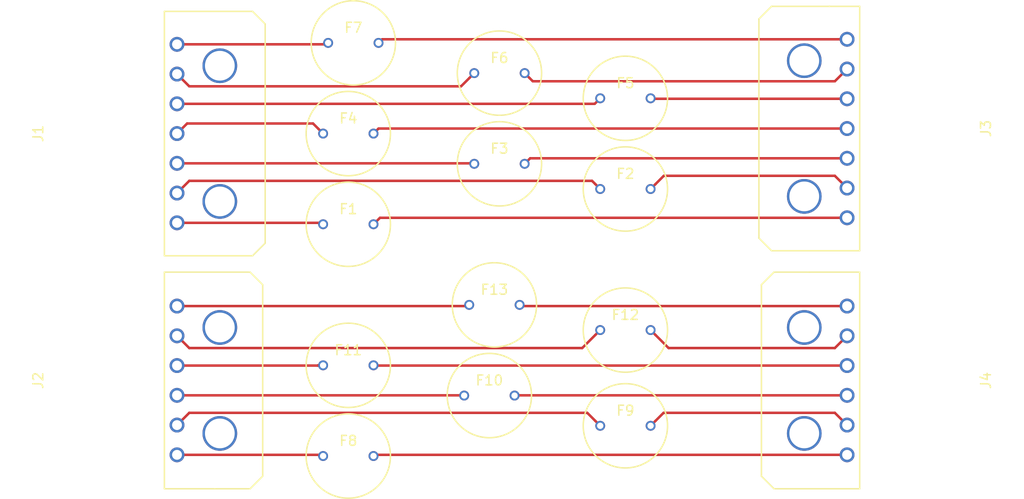
<source format=kicad_pcb>
(kicad_pcb (version 20171130) (host pcbnew "(5.0.2)-1")

  (general
    (thickness 1.6)
    (drawings 0)
    (tracks 71)
    (zones 0)
    (modules 17)
    (nets 27)
  )

  (page A4)
  (layers
    (0 F.Cu signal)
    (31 B.Cu signal)
    (32 B.Adhes user)
    (33 F.Adhes user)
    (34 B.Paste user)
    (35 F.Paste user)
    (36 B.SilkS user)
    (37 F.SilkS user)
    (38 B.Mask user)
    (39 F.Mask user)
    (40 Dwgs.User user)
    (41 Cmts.User user)
    (42 Eco1.User user)
    (43 Eco2.User user)
    (44 Edge.Cuts user)
    (45 Margin user)
    (46 B.CrtYd user)
    (47 F.CrtYd user)
    (48 B.Fab user)
    (49 F.Fab user)
  )

  (setup
    (last_trace_width 0.25)
    (trace_clearance 0.2)
    (zone_clearance 0.508)
    (zone_45_only no)
    (trace_min 0.2)
    (segment_width 0.2)
    (edge_width 0.15)
    (via_size 0.8)
    (via_drill 0.4)
    (via_min_size 0.4)
    (via_min_drill 0.3)
    (uvia_size 0.3)
    (uvia_drill 0.1)
    (uvias_allowed no)
    (uvia_min_size 0.2)
    (uvia_min_drill 0.1)
    (pcb_text_width 0.3)
    (pcb_text_size 1.5 1.5)
    (mod_edge_width 0.15)
    (mod_text_size 1 1)
    (mod_text_width 0.15)
    (pad_size 1.524 1.524)
    (pad_drill 0.762)
    (pad_to_mask_clearance 0.051)
    (solder_mask_min_width 0.25)
    (aux_axis_origin 0 0)
    (visible_elements FFFFFF7F)
    (pcbplotparams
      (layerselection 0x010fc_ffffffff)
      (usegerberextensions false)
      (usegerberattributes false)
      (usegerberadvancedattributes false)
      (creategerberjobfile false)
      (excludeedgelayer true)
      (linewidth 0.100000)
      (plotframeref false)
      (viasonmask false)
      (mode 1)
      (useauxorigin false)
      (hpglpennumber 1)
      (hpglpenspeed 20)
      (hpglpendiameter 15.000000)
      (psnegative false)
      (psa4output false)
      (plotreference true)
      (plotvalue true)
      (plotinvisibletext false)
      (padsonsilk false)
      (subtractmaskfromsilk false)
      (outputformat 1)
      (mirror false)
      (drillshape 1)
      (scaleselection 1)
      (outputdirectory ""))
  )

  (net 0 "")
  (net 1 "Net-(F1-Pad2)")
  (net 2 "Net-(F2-Pad2)")
  (net 3 "Net-(F3-Pad2)")
  (net 4 "Net-(F4-Pad2)")
  (net 5 "Net-(F5-Pad2)")
  (net 6 "Net-(F6-Pad2)")
  (net 7 "Net-(F7-Pad2)")
  (net 8 "Net-(F1-Pad1)")
  (net 9 "Net-(F2-Pad1)")
  (net 10 "Net-(F3-Pad1)")
  (net 11 "Net-(F4-Pad1)")
  (net 12 "Net-(F5-Pad1)")
  (net 13 "Net-(F6-Pad1)")
  (net 14 "Net-(F7-Pad1)")
  (net 15 "Net-(F8-Pad2)")
  (net 16 "Net-(F9-Pad2)")
  (net 17 "Net-(F10-Pad2)")
  (net 18 "Net-(F11-Pad2)")
  (net 19 "Net-(F12-Pad2)")
  (net 20 "Net-(F13-Pad2)")
  (net 21 "Net-(F8-Pad1)")
  (net 22 "Net-(F9-Pad1)")
  (net 23 "Net-(F10-Pad1)")
  (net 24 "Net-(F11-Pad1)")
  (net 25 "Net-(F12-Pad1)")
  (net 26 "Net-(F13-Pad1)")

  (net_class Default "This is the default net class."
    (clearance 0.2)
    (trace_width 0.25)
    (via_dia 0.8)
    (via_drill 0.4)
    (uvia_dia 0.3)
    (uvia_drill 0.1)
    (add_net "Net-(F1-Pad1)")
    (add_net "Net-(F1-Pad2)")
    (add_net "Net-(F10-Pad1)")
    (add_net "Net-(F10-Pad2)")
    (add_net "Net-(F11-Pad1)")
    (add_net "Net-(F11-Pad2)")
    (add_net "Net-(F12-Pad1)")
    (add_net "Net-(F12-Pad2)")
    (add_net "Net-(F13-Pad1)")
    (add_net "Net-(F13-Pad2)")
    (add_net "Net-(F2-Pad1)")
    (add_net "Net-(F2-Pad2)")
    (add_net "Net-(F3-Pad1)")
    (add_net "Net-(F3-Pad2)")
    (add_net "Net-(F4-Pad1)")
    (add_net "Net-(F4-Pad2)")
    (add_net "Net-(F5-Pad1)")
    (add_net "Net-(F5-Pad2)")
    (add_net "Net-(F6-Pad1)")
    (add_net "Net-(F6-Pad2)")
    (add_net "Net-(F7-Pad1)")
    (add_net "Net-(F7-Pad2)")
    (add_net "Net-(F8-Pad1)")
    (add_net "Net-(F8-Pad2)")
    (add_net "Net-(F9-Pad1)")
    (add_net "Net-(F9-Pad2)")
  )

  (module "UTSVT_BPS:MSF 250 Fuse" (layer F.Cu) (tedit 5CB24944) (tstamp 5CC644AB)
    (at 64.516 33.528)
    (path /5CA903AA)
    (fp_text reference F2 (at 0 0.5) (layer F.SilkS)
      (effects (font (size 1 1) (thickness 0.15)))
    )
    (fp_text value Fuse_Small (at 0 -0.5) (layer F.Fab)
      (effects (font (size 1 1) (thickness 0.15)))
    )
    (fp_circle (center 0 2.032) (end 4.25 2.032) (layer F.SilkS) (width 0.15))
    (pad 1 thru_hole circle (at -2.54 2.032) (size 1 1) (drill 0.64) (layers *.Cu *.Mask)
      (net 9 "Net-(F2-Pad1)"))
    (pad 2 thru_hole circle (at 2.54 2.032) (size 1 1) (drill 0.64) (layers *.Cu *.Mask)
      (net 2 "Net-(F2-Pad2)"))
  )

  (module "UTSVT_BPS:MSF 250 Fuse" (layer F.Cu) (tedit 5CB24944) (tstamp 5CC63DA9)
    (at 51.816 30.988)
    (path /5CA90395)
    (fp_text reference F3 (at 0 0.5) (layer F.SilkS)
      (effects (font (size 1 1) (thickness 0.15)))
    )
    (fp_text value Fuse_Small (at 0 -0.5) (layer F.Fab)
      (effects (font (size 1 1) (thickness 0.15)))
    )
    (fp_circle (center 0 2.032) (end 4.25 2.032) (layer F.SilkS) (width 0.15))
    (pad 2 thru_hole circle (at 2.54 2.032) (size 1 1) (drill 0.64) (layers *.Cu *.Mask)
      (net 3 "Net-(F3-Pad2)"))
    (pad 1 thru_hole circle (at -2.54 2.032) (size 1 1) (drill 0.64) (layers *.Cu *.Mask)
      (net 10 "Net-(F3-Pad1)"))
  )

  (module "UTSVT_BPS:MSF 250 Fuse" (layer F.Cu) (tedit 5CB24944) (tstamp 5CC64412)
    (at 36.576 27.94)
    (path /5CA903A3)
    (fp_text reference F4 (at 0 0.5) (layer F.SilkS)
      (effects (font (size 1 1) (thickness 0.15)))
    )
    (fp_text value Fuse_Small (at 0 -0.5) (layer F.Fab)
      (effects (font (size 1 1) (thickness 0.15)))
    )
    (fp_circle (center 0 2.032) (end 4.25 2.032) (layer F.SilkS) (width 0.15))
    (pad 1 thru_hole circle (at -2.54 2.032) (size 1 1) (drill 0.64) (layers *.Cu *.Mask)
      (net 11 "Net-(F4-Pad1)"))
    (pad 2 thru_hole circle (at 2.54 2.032) (size 1 1) (drill 0.64) (layers *.Cu *.Mask)
      (net 4 "Net-(F4-Pad2)"))
  )

  (module "UTSVT_BPS:MSF 250 Fuse" (layer F.Cu) (tedit 5CB24944) (tstamp 5CC64458)
    (at 64.516 24.384)
    (path /5CA903B1)
    (fp_text reference F5 (at 0 0.5) (layer F.SilkS)
      (effects (font (size 1 1) (thickness 0.15)))
    )
    (fp_text value Fuse_Small (at 0 -0.5) (layer F.Fab)
      (effects (font (size 1 1) (thickness 0.15)))
    )
    (fp_circle (center 0 2.032) (end 4.25 2.032) (layer F.SilkS) (width 0.15))
    (pad 2 thru_hole circle (at 2.54 2.032) (size 1 1) (drill 0.64) (layers *.Cu *.Mask)
      (net 5 "Net-(F5-Pad2)"))
    (pad 1 thru_hole circle (at -2.54 2.032) (size 1 1) (drill 0.64) (layers *.Cu *.Mask)
      (net 12 "Net-(F5-Pad1)"))
  )

  (module "UTSVT_BPS:MSF 250 Fuse" (layer F.Cu) (tedit 5CB24944) (tstamp 5CC6422C)
    (at 51.816 21.844)
    (path /5CA9039C)
    (fp_text reference F6 (at 0 0.5) (layer F.SilkS)
      (effects (font (size 1 1) (thickness 0.15)))
    )
    (fp_text value Fuse_Small (at 0 -0.5) (layer F.Fab)
      (effects (font (size 1 1) (thickness 0.15)))
    )
    (fp_circle (center 0 2.032) (end 4.25 2.032) (layer F.SilkS) (width 0.15))
    (pad 1 thru_hole circle (at -2.54 2.032) (size 1 1) (drill 0.64) (layers *.Cu *.Mask)
      (net 13 "Net-(F6-Pad1)"))
    (pad 2 thru_hole circle (at 2.54 2.032) (size 1 1) (drill 0.64) (layers *.Cu *.Mask)
      (net 6 "Net-(F6-Pad2)"))
  )

  (module "UTSVT_BPS:MSF 250 Fuse" (layer F.Cu) (tedit 5CB24944) (tstamp 5CC63D8D)
    (at 37.084 18.796)
    (path /5CA95278)
    (fp_text reference F7 (at 0 0.5) (layer F.SilkS)
      (effects (font (size 1 1) (thickness 0.15)))
    )
    (fp_text value Fuse_Small (at 0 -0.5) (layer F.Fab)
      (effects (font (size 1 1) (thickness 0.15)))
    )
    (fp_circle (center 0 2.032) (end 4.25 2.032) (layer F.SilkS) (width 0.15))
    (pad 2 thru_hole circle (at 2.54 2.032) (size 1 1) (drill 0.64) (layers *.Cu *.Mask)
      (net 7 "Net-(F7-Pad2)"))
    (pad 1 thru_hole circle (at -2.54 2.032) (size 1 1) (drill 0.64) (layers *.Cu *.Mask)
      (net 14 "Net-(F7-Pad1)"))
  )

  (module "UTSVT_BPS:MSF 250 Fuse" (layer F.Cu) (tedit 5CB24944) (tstamp 5CC63D86)
    (at 36.576 60.452)
    (path /5CA9005A)
    (fp_text reference F8 (at 0 0.5) (layer F.SilkS)
      (effects (font (size 1 1) (thickness 0.15)))
    )
    (fp_text value Fuse_Small (at 0 -0.5) (layer F.Fab)
      (effects (font (size 1 1) (thickness 0.15)))
    )
    (fp_circle (center 0 2.032) (end 4.25 2.032) (layer F.SilkS) (width 0.15))
    (pad 1 thru_hole circle (at -2.54 2.032) (size 1 1) (drill 0.64) (layers *.Cu *.Mask)
      (net 21 "Net-(F8-Pad1)"))
    (pad 2 thru_hole circle (at 2.54 2.032) (size 1 1) (drill 0.64) (layers *.Cu *.Mask)
      (net 15 "Net-(F8-Pad2)"))
  )

  (module "UTSVT_BPS:MSF 250 Fuse" (layer F.Cu) (tedit 5CB24944) (tstamp 5CC63D7F)
    (at 36.576 37.084)
    (path /5CA9038E)
    (fp_text reference F1 (at 0 0.5) (layer F.SilkS)
      (effects (font (size 1 1) (thickness 0.15)))
    )
    (fp_text value Fuse_Small (at 0 -0.5) (layer F.Fab)
      (effects (font (size 1 1) (thickness 0.15)))
    )
    (fp_circle (center 0 2.032) (end 4.25 2.032) (layer F.SilkS) (width 0.15))
    (pad 2 thru_hole circle (at 2.54 2.032) (size 1 1) (drill 0.64) (layers *.Cu *.Mask)
      (net 1 "Net-(F1-Pad2)"))
    (pad 1 thru_hole circle (at -2.54 2.032) (size 1 1) (drill 0.64) (layers *.Cu *.Mask)
      (net 8 "Net-(F1-Pad1)"))
  )

  (module "UTSVT_BPS:MSF 250 Fuse" (layer F.Cu) (tedit 5CB24944) (tstamp 5CC6450B)
    (at 50.8 54.356)
    (path /5CA900EA)
    (fp_text reference F10 (at 0 0.5) (layer F.SilkS)
      (effects (font (size 1 1) (thickness 0.15)))
    )
    (fp_text value Fuse_Small (at 0 -0.5) (layer F.Fab)
      (effects (font (size 1 1) (thickness 0.15)))
    )
    (fp_circle (center 0 2.032) (end 4.25 2.032) (layer F.SilkS) (width 0.15))
    (pad 1 thru_hole circle (at -2.54 2.032) (size 1 1) (drill 0.64) (layers *.Cu *.Mask)
      (net 23 "Net-(F10-Pad1)"))
    (pad 2 thru_hole circle (at 2.54 2.032) (size 1 1) (drill 0.64) (layers *.Cu *.Mask)
      (net 17 "Net-(F10-Pad2)"))
  )

  (module "UTSVT_BPS:MSF 250 Fuse" (layer F.Cu) (tedit 5CB24944) (tstamp 5CC63FD5)
    (at 36.576 51.308)
    (path /5CA90117)
    (fp_text reference F11 (at 0 0.5) (layer F.SilkS)
      (effects (font (size 1 1) (thickness 0.15)))
    )
    (fp_text value Fuse_Small (at 0 -0.5) (layer F.Fab)
      (effects (font (size 1 1) (thickness 0.15)))
    )
    (fp_circle (center 0 2.032) (end 4.25 2.032) (layer F.SilkS) (width 0.15))
    (pad 2 thru_hole circle (at 2.54 2.032) (size 1 1) (drill 0.64) (layers *.Cu *.Mask)
      (net 18 "Net-(F11-Pad2)"))
    (pad 1 thru_hole circle (at -2.54 2.032) (size 1 1) (drill 0.64) (layers *.Cu *.Mask)
      (net 24 "Net-(F11-Pad1)"))
  )

  (module "UTSVT_BPS:MSF 250 Fuse" (layer F.Cu) (tedit 5CB24944) (tstamp 5CC63D6A)
    (at 64.516 47.752)
    (path /5CA9015F)
    (fp_text reference F12 (at 0 0.5) (layer F.SilkS)
      (effects (font (size 1 1) (thickness 0.15)))
    )
    (fp_text value Fuse_Small (at 0 -0.5) (layer F.Fab)
      (effects (font (size 1 1) (thickness 0.15)))
    )
    (fp_circle (center 0 2.032) (end 4.25 2.032) (layer F.SilkS) (width 0.15))
    (pad 1 thru_hole circle (at -2.54 2.032) (size 1 1) (drill 0.64) (layers *.Cu *.Mask)
      (net 25 "Net-(F12-Pad1)"))
    (pad 2 thru_hole circle (at 2.54 2.032) (size 1 1) (drill 0.64) (layers *.Cu *.Mask)
      (net 19 "Net-(F12-Pad2)"))
  )

  (module "UTSVT_BPS:MSF 250 Fuse" (layer F.Cu) (tedit 5CB24944) (tstamp 5CC63D63)
    (at 51.308 45.212)
    (path /5CA900F7)
    (fp_text reference F13 (at 0 0.5) (layer F.SilkS)
      (effects (font (size 1 1) (thickness 0.15)))
    )
    (fp_text value Fuse_Small (at 0 -0.5) (layer F.Fab)
      (effects (font (size 1 1) (thickness 0.15)))
    )
    (fp_circle (center 0 2.032) (end 4.25 2.032) (layer F.SilkS) (width 0.15))
    (pad 2 thru_hole circle (at 2.54 2.032) (size 1 1) (drill 0.64) (layers *.Cu *.Mask)
      (net 20 "Net-(F13-Pad2)"))
    (pad 1 thru_hole circle (at -2.54 2.032) (size 1 1) (drill 0.64) (layers *.Cu *.Mask)
      (net 26 "Net-(F13-Pad1)"))
  )

  (module "UTSVT_BPS:MSF 250 Fuse" (layer F.Cu) (tedit 5CB24944) (tstamp 5CC6405C)
    (at 64.516 57.404)
    (path /5CA9013D)
    (fp_text reference F9 (at 0 0.5) (layer F.SilkS)
      (effects (font (size 1 1) (thickness 0.15)))
    )
    (fp_text value Fuse_Small (at 0 -0.5) (layer F.Fab)
      (effects (font (size 1 1) (thickness 0.15)))
    )
    (fp_circle (center 0 2.032) (end 4.25 2.032) (layer F.SilkS) (width 0.15))
    (pad 1 thru_hole circle (at -2.54 2.032) (size 1 1) (drill 0.64) (layers *.Cu *.Mask)
      (net 22 "Net-(F9-Pad1)"))
    (pad 2 thru_hole circle (at 2.54 2.032) (size 1 1) (drill 0.64) (layers *.Cu *.Mask)
      (net 16 "Net-(F9-Pad2)"))
  )

  (module UTSVT_Connectors:Molex_MicroFit_01x06_Horizontal (layer F.Cu) (tedit 5C5608D3) (tstamp 5CC63D55)
    (at 19.304 54.864 90)
    (path /5CA8DA3B)
    (fp_text reference J2 (at 0 -14 90) (layer F.SilkS)
      (effects (font (size 1 1) (thickness 0.15)))
    )
    (fp_text value Conn_01x06 (at 0 -17 90) (layer F.Fab)
      (effects (font (size 1 1) (thickness 0.15)))
    )
    (fp_line (start 10.922 -1.27) (end -10.922 -1.27) (layer F.SilkS) (width 0.15))
    (fp_line (start -9.652 8.636) (end 9.652 8.636) (layer F.SilkS) (width 0.15))
    (fp_line (start -10.922 3.81) (end -10.922 -1.27) (layer F.SilkS) (width 0.15))
    (fp_line (start -10.922 7.366) (end -9.652 8.636) (layer F.SilkS) (width 0.15))
    (fp_line (start -10.922 3.81) (end -10.922 7.366) (layer F.SilkS) (width 0.15))
    (fp_line (start 10.922 7.366) (end 10.922 -1.27) (layer F.SilkS) (width 0.15))
    (fp_line (start 9.652 8.636) (end 10.922 7.366) (layer F.SilkS) (width 0.15))
    (pad "" thru_hole circle (at 5.341 4.318 90) (size 3.5 3.5) (drill 3) (layers *.Cu *.Mask))
    (pad "" thru_hole circle (at -5.341 4.318 90) (size 3.5 3.5) (drill 3) (layers *.Cu *.Mask))
    (pad 6 thru_hole circle (at -7.5 0 90) (size 1.5 1.5) (drill 1) (layers *.Cu *.Mask)
      (net 21 "Net-(F8-Pad1)"))
    (pad 5 thru_hole circle (at -4.5 0 90) (size 1.5 1.5) (drill 1) (layers *.Cu *.Mask)
      (net 22 "Net-(F9-Pad1)"))
    (pad 4 thru_hole circle (at -1.5 0 90) (size 1.5 1.5) (drill 1) (layers *.Cu *.Mask)
      (net 23 "Net-(F10-Pad1)"))
    (pad 3 thru_hole circle (at 1.5 0 90) (size 1.5 1.5) (drill 1) (layers *.Cu *.Mask)
      (net 24 "Net-(F11-Pad1)"))
    (pad 2 thru_hole circle (at 4.5 0 90) (size 1.5 1.5) (drill 1) (layers *.Cu *.Mask)
      (net 25 "Net-(F12-Pad1)"))
    (pad 1 thru_hole circle (at 7.5 0 90) (size 1.5 1.5) (drill 1) (layers *.Cu *.Mask)
      (net 26 "Net-(F13-Pad1)"))
  )

  (module UTSVT_Connectors:Molex_MicroFit_01x06_Horizontal (layer F.Cu) (tedit 5C5608D3) (tstamp 5CC63D42)
    (at 86.868 54.864 270)
    (path /5CA8D936)
    (fp_text reference J4 (at 0 -14 270) (layer F.SilkS)
      (effects (font (size 1 1) (thickness 0.15)))
    )
    (fp_text value Conn_01x06 (at 0 -17 270) (layer F.Fab)
      (effects (font (size 1 1) (thickness 0.15)))
    )
    (fp_line (start 9.652 8.636) (end 10.922 7.366) (layer F.SilkS) (width 0.15))
    (fp_line (start 10.922 7.366) (end 10.922 -1.27) (layer F.SilkS) (width 0.15))
    (fp_line (start -10.922 3.81) (end -10.922 7.366) (layer F.SilkS) (width 0.15))
    (fp_line (start -10.922 7.366) (end -9.652 8.636) (layer F.SilkS) (width 0.15))
    (fp_line (start -10.922 3.81) (end -10.922 -1.27) (layer F.SilkS) (width 0.15))
    (fp_line (start -9.652 8.636) (end 9.652 8.636) (layer F.SilkS) (width 0.15))
    (fp_line (start 10.922 -1.27) (end -10.922 -1.27) (layer F.SilkS) (width 0.15))
    (pad 1 thru_hole circle (at 7.5 0 270) (size 1.5 1.5) (drill 1) (layers *.Cu *.Mask)
      (net 15 "Net-(F8-Pad2)"))
    (pad 2 thru_hole circle (at 4.5 0 270) (size 1.5 1.5) (drill 1) (layers *.Cu *.Mask)
      (net 16 "Net-(F9-Pad2)"))
    (pad 3 thru_hole circle (at 1.5 0 270) (size 1.5 1.5) (drill 1) (layers *.Cu *.Mask)
      (net 17 "Net-(F10-Pad2)"))
    (pad 4 thru_hole circle (at -1.5 0 270) (size 1.5 1.5) (drill 1) (layers *.Cu *.Mask)
      (net 18 "Net-(F11-Pad2)"))
    (pad 5 thru_hole circle (at -4.5 0 270) (size 1.5 1.5) (drill 1) (layers *.Cu *.Mask)
      (net 19 "Net-(F12-Pad2)"))
    (pad 6 thru_hole circle (at -7.5 0 270) (size 1.5 1.5) (drill 1) (layers *.Cu *.Mask)
      (net 20 "Net-(F13-Pad2)"))
    (pad "" thru_hole circle (at -5.341 4.318 270) (size 3.5 3.5) (drill 3) (layers *.Cu *.Mask))
    (pad "" thru_hole circle (at 5.341 4.318 270) (size 3.5 3.5) (drill 3) (layers *.Cu *.Mask))
  )

  (module UTSVT_Connectors:Molex_MicroFit_01x07_Horizontal (layer F.Cu) (tedit 5C560899) (tstamp 5CC63D2F)
    (at 19.304 29.972 90)
    (path /5CA8DA42)
    (fp_text reference J1 (at 0 -14 90) (layer F.SilkS)
      (effects (font (size 1 1) (thickness 0.15)))
    )
    (fp_text value Conn_01x07 (at 0 -17 90) (layer F.Fab)
      (effects (font (size 1 1) (thickness 0.15)))
    )
    (fp_line (start -11.049 8.89) (end 11.049 8.89) (layer F.SilkS) (width 0.15))
    (fp_line (start -12.319 1.778) (end -12.319 7.62) (layer F.SilkS) (width 0.15))
    (fp_line (start -12.319 -1.27) (end 12.319 -1.27) (layer F.SilkS) (width 0.15))
    (fp_line (start -11.049 8.89) (end -12.319 7.62) (layer F.SilkS) (width 0.15))
    (fp_line (start -12.319 1.778) (end -12.319 -1.27) (layer F.SilkS) (width 0.15))
    (fp_line (start 12.319 -1.27) (end 12.319 7.62) (layer F.SilkS) (width 0.15))
    (fp_line (start 12.319 7.62) (end 11.049 8.89) (layer F.SilkS) (width 0.15))
    (pad "" thru_hole circle (at 6.841 4.318 90) (size 3.5 3.5) (drill 3) (layers *.Cu *.Mask))
    (pad "" thru_hole circle (at -6.841 4.318 90) (size 3.5 3.5) (drill 3) (layers *.Cu *.Mask))
    (pad 7 thru_hole circle (at -9 0 90) (size 1.5 1.5) (drill 1) (layers *.Cu *.Mask)
      (net 8 "Net-(F1-Pad1)"))
    (pad 6 thru_hole circle (at -6 0 90) (size 1.5 1.5) (drill 1) (layers *.Cu *.Mask)
      (net 9 "Net-(F2-Pad1)"))
    (pad 5 thru_hole circle (at -3 0 90) (size 1.5 1.5) (drill 1) (layers *.Cu *.Mask)
      (net 10 "Net-(F3-Pad1)"))
    (pad 4 thru_hole circle (at 0 0 90) (size 1.5 1.5) (drill 1) (layers *.Cu *.Mask)
      (net 11 "Net-(F4-Pad1)"))
    (pad 3 thru_hole circle (at 3 0 90) (size 1.5 1.5) (drill 1) (layers *.Cu *.Mask)
      (net 12 "Net-(F5-Pad1)"))
    (pad 2 thru_hole circle (at 6 0 90) (size 1.5 1.5) (drill 1) (layers *.Cu *.Mask)
      (net 13 "Net-(F6-Pad1)"))
    (pad 1 thru_hole circle (at 9 0 90) (size 1.5 1.5) (drill 1) (layers *.Cu *.Mask)
      (net 14 "Net-(F7-Pad1)"))
  )

  (module UTSVT_Connectors:Molex_MicroFit_01x07_Horizontal (layer F.Cu) (tedit 5C560899) (tstamp 5CC63D1B)
    (at 86.868 29.464 270)
    (path /5CA8D9AF)
    (fp_text reference J3 (at 0 -14 270) (layer F.SilkS)
      (effects (font (size 1 1) (thickness 0.15)))
    )
    (fp_text value Conn_01x07 (at 0 -17 270) (layer F.Fab)
      (effects (font (size 1 1) (thickness 0.15)))
    )
    (fp_line (start 12.319 7.62) (end 11.049 8.89) (layer F.SilkS) (width 0.15))
    (fp_line (start 12.319 -1.27) (end 12.319 7.62) (layer F.SilkS) (width 0.15))
    (fp_line (start -12.319 1.778) (end -12.319 -1.27) (layer F.SilkS) (width 0.15))
    (fp_line (start -11.049 8.89) (end -12.319 7.62) (layer F.SilkS) (width 0.15))
    (fp_line (start -12.319 -1.27) (end 12.319 -1.27) (layer F.SilkS) (width 0.15))
    (fp_line (start -12.319 1.778) (end -12.319 7.62) (layer F.SilkS) (width 0.15))
    (fp_line (start -11.049 8.89) (end 11.049 8.89) (layer F.SilkS) (width 0.15))
    (pad 1 thru_hole circle (at 9 0 270) (size 1.5 1.5) (drill 1) (layers *.Cu *.Mask)
      (net 1 "Net-(F1-Pad2)"))
    (pad 2 thru_hole circle (at 6 0 270) (size 1.5 1.5) (drill 1) (layers *.Cu *.Mask)
      (net 2 "Net-(F2-Pad2)"))
    (pad 3 thru_hole circle (at 3 0 270) (size 1.5 1.5) (drill 1) (layers *.Cu *.Mask)
      (net 3 "Net-(F3-Pad2)"))
    (pad 4 thru_hole circle (at 0 0 270) (size 1.5 1.5) (drill 1) (layers *.Cu *.Mask)
      (net 4 "Net-(F4-Pad2)"))
    (pad 5 thru_hole circle (at -3 0 270) (size 1.5 1.5) (drill 1) (layers *.Cu *.Mask)
      (net 5 "Net-(F5-Pad2)"))
    (pad 6 thru_hole circle (at -6 0 270) (size 1.5 1.5) (drill 1) (layers *.Cu *.Mask)
      (net 6 "Net-(F6-Pad2)"))
    (pad 7 thru_hole circle (at -9 0 270) (size 1.5 1.5) (drill 1) (layers *.Cu *.Mask)
      (net 7 "Net-(F7-Pad2)"))
    (pad "" thru_hole circle (at -6.841 4.318 270) (size 3.5 3.5) (drill 3) (layers *.Cu *.Mask))
    (pad "" thru_hole circle (at 6.841 4.318 270) (size 3.5 3.5) (drill 3) (layers *.Cu *.Mask))
  )

  (segment (start 39.768 38.464) (end 39.116 39.116) (width 0.25) (layer F.Cu) (net 1))
  (segment (start 86.868 38.464) (end 39.768 38.464) (width 0.25) (layer F.Cu) (net 1))
  (segment (start 67.555999 35.060001) (end 67.056 35.56) (width 0.25) (layer F.Cu) (net 2))
  (segment (start 68.386001 34.229999) (end 67.555999 35.060001) (width 0.25) (layer F.Cu) (net 2))
  (segment (start 85.633999 34.229999) (end 68.386001 34.229999) (width 0.25) (layer F.Cu) (net 2))
  (segment (start 86.868 35.464) (end 85.633999 34.229999) (width 0.25) (layer F.Cu) (net 2))
  (segment (start 54.912 32.464) (end 54.356 33.02) (width 0.25) (layer F.Cu) (net 3))
  (segment (start 86.868 32.464) (end 54.912 32.464) (width 0.25) (layer F.Cu) (net 3))
  (segment (start 39.624 29.464) (end 39.116 29.972) (width 0.25) (layer F.Cu) (net 4))
  (segment (start 86.868 29.464) (end 39.624 29.464) (width 0.25) (layer F.Cu) (net 4))
  (segment (start 67.104 26.464) (end 67.056 26.416) (width 0.25) (layer F.Cu) (net 5))
  (segment (start 86.868 26.464) (end 67.104 26.464) (width 0.25) (layer F.Cu) (net 5))
  (segment (start 54.855999 24.375999) (end 54.356 23.876) (width 0.25) (layer F.Cu) (net 6))
  (segment (start 55.178001 24.698001) (end 54.855999 24.375999) (width 0.25) (layer F.Cu) (net 6))
  (segment (start 85.633999 24.698001) (end 55.178001 24.698001) (width 0.25) (layer F.Cu) (net 6))
  (segment (start 86.868 23.464) (end 85.633999 24.698001) (width 0.25) (layer F.Cu) (net 6))
  (segment (start 39.988 20.464) (end 39.624 20.828) (width 0.25) (layer F.Cu) (net 7))
  (segment (start 86.868 20.464) (end 39.988 20.464) (width 0.25) (layer F.Cu) (net 7))
  (segment (start 33.892 38.972) (end 34.036 39.116) (width 0.25) (layer F.Cu) (net 8))
  (segment (start 19.304 38.972) (end 33.892 38.972) (width 0.25) (layer F.Cu) (net 8))
  (segment (start 61.476001 35.060001) (end 61.976 35.56) (width 0.25) (layer F.Cu) (net 9))
  (segment (start 61.153999 34.737999) (end 61.476001 35.060001) (width 0.25) (layer F.Cu) (net 9))
  (segment (start 20.538001 34.737999) (end 61.153999 34.737999) (width 0.25) (layer F.Cu) (net 9))
  (segment (start 19.304 35.972) (end 20.538001 34.737999) (width 0.25) (layer F.Cu) (net 9))
  (segment (start 49.228 32.972) (end 49.276 33.02) (width 0.25) (layer F.Cu) (net 10))
  (segment (start 19.304 32.972) (end 49.228 32.972) (width 0.25) (layer F.Cu) (net 10))
  (segment (start 33.536001 29.472001) (end 34.036 29.972) (width 0.25) (layer F.Cu) (net 11))
  (segment (start 33.02 28.956) (end 33.536001 29.472001) (width 0.25) (layer F.Cu) (net 11))
  (segment (start 20.32 28.956) (end 33.02 28.956) (width 0.25) (layer F.Cu) (net 11))
  (segment (start 19.304 29.972) (end 20.32 28.956) (width 0.25) (layer F.Cu) (net 11))
  (segment (start 61.42 26.972) (end 61.976 26.416) (width 0.25) (layer F.Cu) (net 12))
  (segment (start 19.304 26.972) (end 61.42 26.972) (width 0.25) (layer F.Cu) (net 12))
  (segment (start 48.776001 24.375999) (end 49.276 23.876) (width 0.25) (layer F.Cu) (net 13))
  (segment (start 47.945999 25.206001) (end 48.776001 24.375999) (width 0.25) (layer F.Cu) (net 13))
  (segment (start 20.538001 25.206001) (end 47.945999 25.206001) (width 0.25) (layer F.Cu) (net 13))
  (segment (start 19.304 23.972) (end 20.538001 25.206001) (width 0.25) (layer F.Cu) (net 13))
  (segment (start 34.4 20.972) (end 34.544 20.828) (width 0.25) (layer F.Cu) (net 14))
  (segment (start 19.304 20.972) (end 34.4 20.972) (width 0.25) (layer F.Cu) (net 14))
  (segment (start 39.236 62.364) (end 39.116 62.484) (width 0.25) (layer F.Cu) (net 15))
  (segment (start 86.868 62.364) (end 39.236 62.364) (width 0.25) (layer F.Cu) (net 15))
  (segment (start 67.555999 58.936001) (end 67.056 59.436) (width 0.25) (layer F.Cu) (net 16))
  (segment (start 68.362001 58.129999) (end 67.555999 58.936001) (width 0.25) (layer F.Cu) (net 16))
  (segment (start 85.633999 58.129999) (end 68.362001 58.129999) (width 0.25) (layer F.Cu) (net 16))
  (segment (start 86.868 59.364) (end 85.633999 58.129999) (width 0.25) (layer F.Cu) (net 16))
  (segment (start 53.364 56.364) (end 53.34 56.388) (width 0.25) (layer F.Cu) (net 17))
  (segment (start 86.868 56.364) (end 53.364 56.364) (width 0.25) (layer F.Cu) (net 17))
  (segment (start 39.14 53.364) (end 39.116 53.34) (width 0.25) (layer F.Cu) (net 18))
  (segment (start 86.868 53.364) (end 39.14 53.364) (width 0.25) (layer F.Cu) (net 18))
  (segment (start 67.555999 50.283999) (end 67.056 49.784) (width 0.25) (layer F.Cu) (net 19))
  (segment (start 68.870001 51.598001) (end 67.555999 50.283999) (width 0.25) (layer F.Cu) (net 19))
  (segment (start 85.633999 51.598001) (end 68.870001 51.598001) (width 0.25) (layer F.Cu) (net 19))
  (segment (start 86.868 50.364) (end 85.633999 51.598001) (width 0.25) (layer F.Cu) (net 19))
  (segment (start 53.968 47.364) (end 53.848 47.244) (width 0.25) (layer F.Cu) (net 20))
  (segment (start 86.868 47.364) (end 53.968 47.364) (width 0.25) (layer F.Cu) (net 20))
  (segment (start 33.916 62.364) (end 34.036 62.484) (width 0.25) (layer F.Cu) (net 21))
  (segment (start 19.304 62.364) (end 33.916 62.364) (width 0.25) (layer F.Cu) (net 21))
  (segment (start 61.476001 58.936001) (end 61.976 59.436) (width 0.25) (layer F.Cu) (net 22))
  (segment (start 60.669999 58.129999) (end 61.476001 58.936001) (width 0.25) (layer F.Cu) (net 22))
  (segment (start 20.538001 58.129999) (end 60.669999 58.129999) (width 0.25) (layer F.Cu) (net 22))
  (segment (start 19.304 59.364) (end 20.538001 58.129999) (width 0.25) (layer F.Cu) (net 22))
  (segment (start 48.236 56.364) (end 48.26 56.388) (width 0.25) (layer F.Cu) (net 23))
  (segment (start 19.304 56.364) (end 48.236 56.364) (width 0.25) (layer F.Cu) (net 23))
  (segment (start 19.304 53.364) (end 33.504 53.364) (width 0.25) (layer F.Cu) (net 24))
  (segment (start 33.528 53.34) (end 34.036 53.34) (width 0.25) (layer F.Cu) (net 24))
  (segment (start 33.504 53.364) (end 33.528 53.34) (width 0.25) (layer F.Cu) (net 24))
  (segment (start 61.476001 50.283999) (end 61.976 49.784) (width 0.25) (layer F.Cu) (net 25))
  (segment (start 60.161999 51.598001) (end 61.476001 50.283999) (width 0.25) (layer F.Cu) (net 25))
  (segment (start 20.538001 51.598001) (end 60.161999 51.598001) (width 0.25) (layer F.Cu) (net 25))
  (segment (start 19.304 50.364) (end 20.538001 51.598001) (width 0.25) (layer F.Cu) (net 25))
  (segment (start 48.648 47.364) (end 48.768 47.244) (width 0.25) (layer F.Cu) (net 26))
  (segment (start 19.304 47.364) (end 48.648 47.364) (width 0.25) (layer F.Cu) (net 26))

)

</source>
